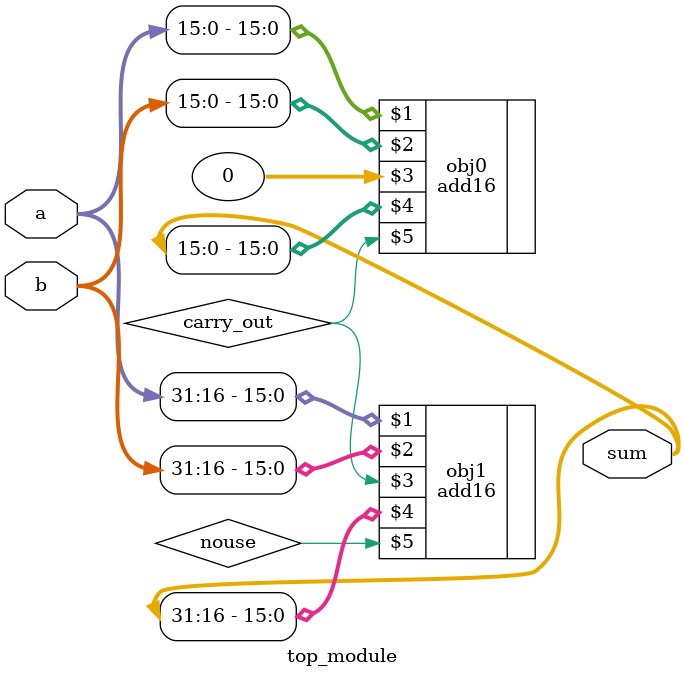
<source format=v>
module top_module(
    input [31:0] a,
    input [31:0] b,
    output [31:0] sum
);
    wire carry_out, nouse;
    add16 obj0(a[15:0] , b[15:0] , 0, sum[15:0], carry_out);
    add16 obj1(a[31:16], b[31:16], carry_out, sum[31:16], nouse);

endmodule

</source>
